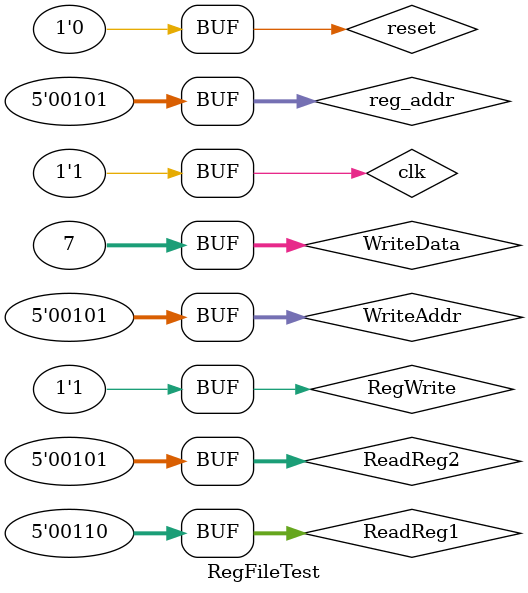
<source format=v>
`timescale 1ns / 1ps


module RegFileTest;

	// Inputs
	reg clk;
	reg reset;
	reg RegWrite;
	reg [4:0] ReadReg1;
	reg [4:0] ReadReg2;
	reg [4:0] WriteAddr;
	reg [4:0] reg_addr;
	reg [31:0] WriteData;

	// Outputs
	wire [31:0] RegData1;
	wire [31:0] RegData2;
	wire [31:0] RFOutput;

	// Instantiate the Unit Under Test (UUT)
	RegFile uut (
		.clk(clk), 
		.reset(reset), 
		.RegWrite(RegWrite), 
		.ReadReg1(ReadReg1), 
		.ReadReg2(ReadReg2), 
		.WriteAddr(WriteAddr),
		.reg_addr(reg_addr),
		.WriteData(WriteData), 
		.RegData1(RegData1), 
		.RegData2(RegData2),
		.RFOutput(RFOutput)
	);

	initial begin
		// Initialize Inputs
		clk = 0;
		reset = 0;
		RegWrite = 0;
		ReadReg1 = 0;
		ReadReg2 = 0;
		WriteAddr = 0;
		reg_addr = 0;
		WriteData = 0;

		// Wait 100 ns for global reset to finish
		#100;
	end
		
		initial
			begin
				clk = 1; reset = 1;
				#10; clk = 1; reset = 0; RegWrite = 1; ReadReg1 = 5'b00010; ReadReg2 = 5'b00111; WriteAddr = 5'b00111; reg_addr = 5'b00111; WriteData = 32'b100;
				#20; clk = 0; reset = 1;
/*PosEdge*/				#10; clk = 1; reset = 0; RegWrite = 1; ReadReg1 = 5'b00110; ReadReg2 = 5'b01110; WriteAddr = 5'b01110; reg_addr = 5'b01110; WriteData = 32'b110;
				#10; clk = 0 ; RegWrite = 1; ReadReg1 = 5'b00110; ReadReg2 = 5'b01110; WriteAddr = 5'b01110;reg_addr = 5'b01110; WriteData = 32'b110;
/*PosEdge*/				#10; clk = 1; reset = 1;
				#10; clk = 0; reset = 0;
/*PosEdge*/				#10; clk = 1; RegWrite = 0; ReadReg1 = 5'b00110; ReadReg2 = 5'b00101; WriteAddr = 5'b00101;reg_addr = 5'b00101; WriteData = 32'b111;
				#10; clk = 0;
/*PosEdge*/				#10; clk = 1; RegWrite = 1; ReadReg1 = 5'b00110; ReadReg2 = 5'b00101; WriteAddr = 5'b00101;reg_addr = 5'b00101; WriteData = 32'b111;

			end
      
endmodule


</source>
